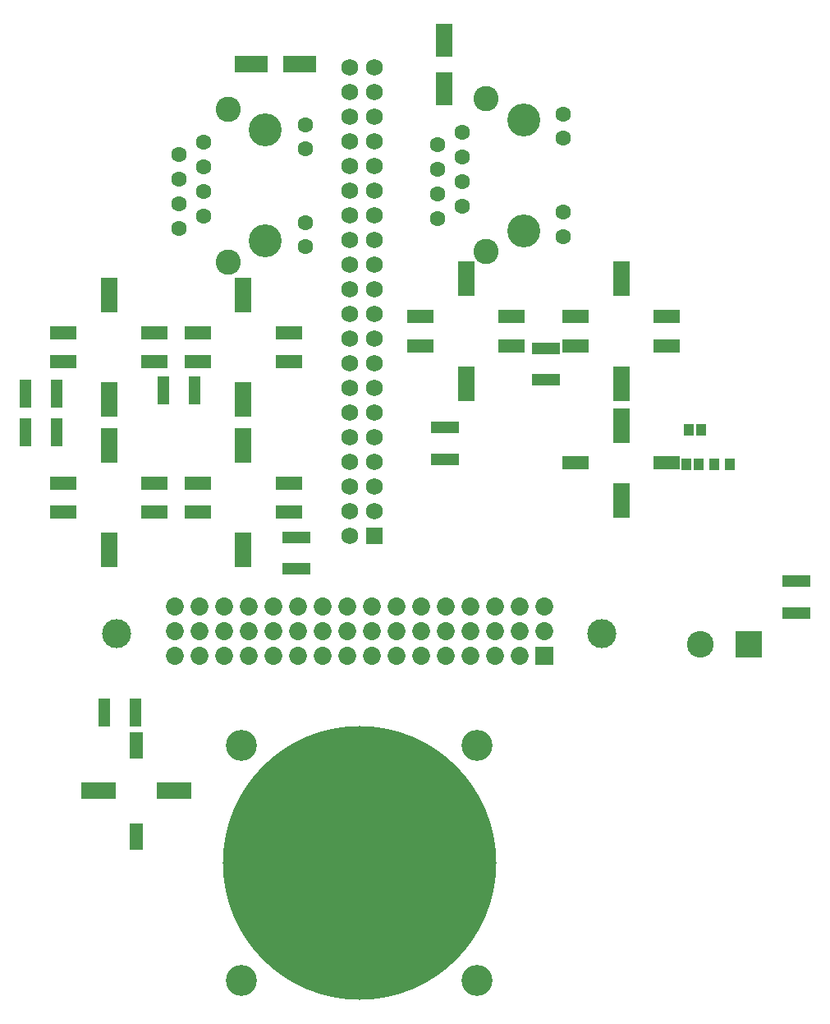
<source format=gts>
G04*
G04 #@! TF.GenerationSoftware,Altium Limited,Altium Designer,25.5.2 (35)*
G04*
G04 Layer_Color=8388736*
%FSLAX44Y44*%
%MOMM*%
G71*
G04*
G04 #@! TF.SameCoordinates,2E8A04ED-EBE0-48DF-805F-0E855A1817FF*
G04*
G04*
G04 #@! TF.FilePolarity,Negative*
G04*
G01*
G75*
%ADD25R,1.1574X2.9094*%
%ADD26R,2.9094X1.1574*%
%ADD27R,1.1032X1.2532*%
%ADD28R,1.4224X2.6924*%
%ADD29R,3.5824X1.8024*%
%ADD30R,1.8024X3.5824*%
%ADD31R,2.6924X1.4224*%
%ADD32R,1.8032X3.4032*%
%ADD33R,3.4032X1.8032*%
%ADD34R,1.0032X1.1532*%
%ADD35C,1.8532*%
%ADD36C,3.0000*%
%ADD37R,1.8532X1.8532*%
%ADD38C,2.7532*%
%ADD39C,1.7332*%
%ADD40C,1.6032*%
%ADD41C,3.4000*%
%ADD42C,2.6032*%
%ADD43R,1.7332X1.7332*%
%ADD44R,2.7532X2.7532*%
%ADD45C,3.2000*%
%ADD46C,28.2000*%
D25*
X299460Y335000D02*
D03*
X266960D02*
D03*
X185680Y623570D02*
D03*
Y662940D02*
D03*
X327920Y666750D02*
D03*
X218180Y623570D02*
D03*
Y662940D02*
D03*
X360420Y666750D02*
D03*
D26*
X981000Y470000D02*
D03*
X618490Y628390D02*
D03*
X722250Y677500D02*
D03*
X464820Y482860D02*
D03*
X981000Y437500D02*
D03*
X464820Y515360D02*
D03*
X722250Y710000D02*
D03*
X618490Y595890D02*
D03*
D27*
X912470Y590280D02*
D03*
X896470D02*
D03*
D28*
X299720Y207000D02*
D03*
Y301000D02*
D03*
D29*
X338570Y254000D02*
D03*
X260870D02*
D03*
D30*
X800000Y630670D02*
D03*
Y552970D02*
D03*
X800001Y781559D02*
D03*
Y673859D02*
D03*
X410211Y610109D02*
D03*
Y502409D02*
D03*
X271781Y610109D02*
D03*
Y502409D02*
D03*
X410211Y765049D02*
D03*
Y657349D02*
D03*
X271781Y765049D02*
D03*
Y657349D02*
D03*
X640001Y781559D02*
D03*
Y673859D02*
D03*
D31*
X753000Y591820D02*
D03*
X847001Y742709D02*
D03*
X457211Y571259D02*
D03*
X224781Y541259D02*
D03*
X363211Y726199D02*
D03*
X318781D02*
D03*
X687001Y742709D02*
D03*
X363211Y571259D02*
D03*
X593001Y742709D02*
D03*
X363211Y541259D02*
D03*
X593001Y712709D02*
D03*
X457211Y541259D02*
D03*
X753001Y712709D02*
D03*
X687001D02*
D03*
X847000Y591820D02*
D03*
X847001Y712709D02*
D03*
X753001Y742709D02*
D03*
X318781Y541259D02*
D03*
Y571259D02*
D03*
X224781D02*
D03*
X457211Y696199D02*
D03*
X363211D02*
D03*
X457211Y726199D02*
D03*
X224781Y696199D02*
D03*
Y726199D02*
D03*
X318781Y696199D02*
D03*
D32*
X617220Y1027030D02*
D03*
Y977030D02*
D03*
D33*
X468250Y1002750D02*
D03*
X418250D02*
D03*
D34*
X869800Y626110D02*
D03*
X882800D02*
D03*
X880260Y590550D02*
D03*
X867260D02*
D03*
D35*
X364960Y393600D02*
D03*
X339560Y444400D02*
D03*
X364960D02*
D03*
X441160Y419000D02*
D03*
X466560D02*
D03*
X441160Y444400D02*
D03*
X466560D02*
D03*
X491960D02*
D03*
Y419000D02*
D03*
X517360D02*
D03*
X339560Y393600D02*
D03*
X441160D02*
D03*
X466560D02*
D03*
X491960D02*
D03*
X517360D02*
D03*
X542760D02*
D03*
X568160D02*
D03*
X593560D02*
D03*
X618960D02*
D03*
X644360D02*
D03*
X669760D02*
D03*
X695160D02*
D03*
X542760Y419000D02*
D03*
X390360Y444400D02*
D03*
X415760D02*
D03*
X390360Y419000D02*
D03*
X415760D02*
D03*
X390360Y393600D02*
D03*
X415760D02*
D03*
X568160Y419000D02*
D03*
X644360D02*
D03*
X669760D02*
D03*
X695160D02*
D03*
X720560D02*
D03*
X593560D02*
D03*
X618960D02*
D03*
X720560Y444400D02*
D03*
X695160D02*
D03*
X669760D02*
D03*
X644360D02*
D03*
X618960D02*
D03*
X593560D02*
D03*
X568160D02*
D03*
X542760D02*
D03*
X517360D02*
D03*
X364960Y419000D02*
D03*
X339560D02*
D03*
D36*
X780060Y416000D02*
D03*
X280060D02*
D03*
D37*
X720560Y393600D02*
D03*
D38*
X882000Y404830D02*
D03*
D39*
X520250Y644250D02*
D03*
Y669650D02*
D03*
Y695050D02*
D03*
Y720450D02*
D03*
Y745850D02*
D03*
Y771250D02*
D03*
Y796650D02*
D03*
Y822050D02*
D03*
Y847450D02*
D03*
X545650Y898250D02*
D03*
X520250Y923650D02*
D03*
X545650Y568050D02*
D03*
Y593450D02*
D03*
X520250Y542650D02*
D03*
Y568050D02*
D03*
Y593450D02*
D03*
X545650Y542650D02*
D03*
X520250Y517250D02*
D03*
X545650Y999850D02*
D03*
Y974450D02*
D03*
Y949050D02*
D03*
X520250Y999850D02*
D03*
Y974450D02*
D03*
Y949050D02*
D03*
X545650Y822050D02*
D03*
Y644250D02*
D03*
Y745850D02*
D03*
X520250Y898250D02*
D03*
X545650Y618850D02*
D03*
Y669650D02*
D03*
Y923650D02*
D03*
Y847450D02*
D03*
Y771250D02*
D03*
Y695050D02*
D03*
Y796650D02*
D03*
X520250Y618850D02*
D03*
X545650Y720450D02*
D03*
X520250Y872850D02*
D03*
X545650D02*
D03*
D40*
X610350Y843900D02*
D03*
X635750Y856600D02*
D03*
X740350Y951350D02*
D03*
Y926450D02*
D03*
Y850250D02*
D03*
Y825350D02*
D03*
X610350Y869300D02*
D03*
X635750Y907400D02*
D03*
X610350Y920100D02*
D03*
X635750Y932800D02*
D03*
X610350Y894700D02*
D03*
X635750Y882000D02*
D03*
X474170Y940570D02*
D03*
Y915670D02*
D03*
Y839470D02*
D03*
Y814570D02*
D03*
X344170Y833120D02*
D03*
X369570Y845820D02*
D03*
X344170Y858520D02*
D03*
X369570Y871220D02*
D03*
X344170Y883920D02*
D03*
X369570Y896620D02*
D03*
X344170Y909320D02*
D03*
X369570Y922020D02*
D03*
D41*
X699250Y831200D02*
D03*
Y945500D02*
D03*
X433070Y820420D02*
D03*
Y934720D02*
D03*
D42*
X660750Y809600D02*
D03*
Y967100D02*
D03*
X394570Y798820D02*
D03*
Y956320D02*
D03*
D43*
X545650Y517250D02*
D03*
D44*
X932000Y404830D02*
D03*
D45*
X651310Y58810D02*
D03*
Y301310D02*
D03*
X408810D02*
D03*
Y58810D02*
D03*
D46*
X530060Y180060D02*
D03*
M02*

</source>
